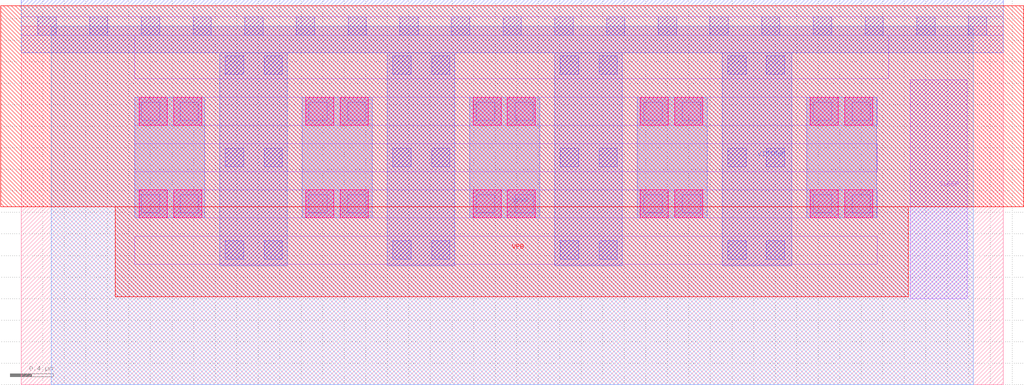
<source format=lef>
# Copyright 2020 The SkyWater PDK Authors
#
# Licensed under the Apache License, Version 2.0 (the "License");
# you may not use this file except in compliance with the License.
# You may obtain a copy of the License at
#
#     https://www.apache.org/licenses/LICENSE-2.0
#
# Unless required by applicable law or agreed to in writing, software
# distributed under the License is distributed on an "AS IS" BASIS,
# WITHOUT WARRANTIES OR CONDITIONS OF ANY KIND, either express or implied.
# See the License for the specific language governing permissions and
# limitations under the License.
#
# SPDX-License-Identifier: Apache-2.0

VERSION 5.7 ;
  NOWIREEXTENSIONATPIN ON ;
  DIVIDERCHAR "/" ;
  BUSBITCHARS "[]" ;
MACRO sky130_fd_sc_lp__sleep_pargate_plv_28
  CLASS BLOCK ;
  FOREIGN sky130_fd_sc_lp__sleep_pargate_plv_28 ;
  ORIGIN  0.000000  0.000000 ;
  SIZE  9.120000 BY  3.330000 ;
  PIN SLEEP
    ANTENNAGATEAREA  4.200000 ;
    PORT
      LAYER li1 ;
        RECT 8.255000 0.800000 8.785000 2.830000 ;
    END
  END SLEEP
  PIN VIRTPWR
    ANTENNADIFFAREA  5.950000 ;
    PORT
      LAYER met1 ;
        RECT 0.000000 3.085000 9.120000 3.575000 ;
        RECT 1.845000 1.105000 2.470000 3.085000 ;
        RECT 3.400000 1.105000 4.025000 3.085000 ;
        RECT 4.955000 1.105000 5.580000 3.085000 ;
        RECT 6.510000 1.105000 7.155000 3.085000 ;
    END
  END VIRTPWR
  PIN VPB
    PORT
      LAYER nwell ;
        RECT -0.190000 1.655000 9.310000 3.520000 ;
        RECT  0.875000 0.815000 8.235000 1.655000 ;
    END
  END VPB
  PIN VPWR
    USE POWER ;
    PORT
      LAYER met2 ;
        RECT 0.280000 0.000000 8.840000 3.330000 ;
    END
  END VPWR
  OBS
    LAYER li1 ;
      RECT 0.000000 3.245000 9.120000 3.415000 ;
      RECT 1.055000 1.120000 7.950000 1.380000 ;
      RECT 1.055000 1.550000 7.950000 1.810000 ;
      RECT 1.055000 1.980000 7.950000 2.240000 ;
      RECT 1.055000 2.410000 7.950000 2.670000 ;
      RECT 1.055000 2.840000 8.055000 3.245000 ;
    LAYER mcon ;
      RECT 0.155000 3.245000 0.325000 3.415000 ;
      RECT 0.635000 3.245000 0.805000 3.415000 ;
      RECT 1.115000 1.595000 1.285000 1.765000 ;
      RECT 1.115000 2.455000 1.285000 2.625000 ;
      RECT 1.115000 3.245000 1.285000 3.415000 ;
      RECT 1.475000 1.595000 1.645000 1.765000 ;
      RECT 1.475000 2.455000 1.645000 2.625000 ;
      RECT 1.595000 3.245000 1.765000 3.415000 ;
      RECT 1.895000 1.165000 2.065000 1.335000 ;
      RECT 1.895000 2.025000 2.065000 2.195000 ;
      RECT 1.895000 2.885000 2.065000 3.055000 ;
      RECT 2.075000 3.245000 2.245000 3.415000 ;
      RECT 2.255000 1.165000 2.425000 1.335000 ;
      RECT 2.255000 2.025000 2.425000 2.195000 ;
      RECT 2.255000 2.885000 2.425000 3.055000 ;
      RECT 2.555000 3.245000 2.725000 3.415000 ;
      RECT 2.670000 1.595000 2.840000 1.765000 ;
      RECT 2.670000 2.455000 2.840000 2.625000 ;
      RECT 3.030000 1.595000 3.200000 1.765000 ;
      RECT 3.030000 2.455000 3.200000 2.625000 ;
      RECT 3.035000 3.245000 3.205000 3.415000 ;
      RECT 3.450000 1.165000 3.620000 1.335000 ;
      RECT 3.450000 2.025000 3.620000 2.195000 ;
      RECT 3.450000 2.885000 3.620000 3.055000 ;
      RECT 3.515000 3.245000 3.685000 3.415000 ;
      RECT 3.810000 1.165000 3.980000 1.335000 ;
      RECT 3.810000 2.025000 3.980000 2.195000 ;
      RECT 3.810000 2.885000 3.980000 3.055000 ;
      RECT 3.995000 3.245000 4.165000 3.415000 ;
      RECT 4.225000 1.595000 4.395000 1.765000 ;
      RECT 4.225000 2.455000 4.395000 2.625000 ;
      RECT 4.475000 3.245000 4.645000 3.415000 ;
      RECT 4.585000 1.595000 4.755000 1.765000 ;
      RECT 4.585000 2.455000 4.755000 2.625000 ;
      RECT 4.955000 3.245000 5.125000 3.415000 ;
      RECT 5.005000 1.165000 5.175000 1.335000 ;
      RECT 5.005000 2.025000 5.175000 2.195000 ;
      RECT 5.005000 2.885000 5.175000 3.055000 ;
      RECT 5.365000 1.165000 5.535000 1.335000 ;
      RECT 5.365000 2.025000 5.535000 2.195000 ;
      RECT 5.365000 2.885000 5.535000 3.055000 ;
      RECT 5.435000 3.245000 5.605000 3.415000 ;
      RECT 5.780000 1.595000 5.950000 1.765000 ;
      RECT 5.780000 2.455000 5.950000 2.625000 ;
      RECT 5.915000 3.245000 6.085000 3.415000 ;
      RECT 6.140000 1.595000 6.310000 1.765000 ;
      RECT 6.140000 2.455000 6.310000 2.625000 ;
      RECT 6.395000 3.245000 6.565000 3.415000 ;
      RECT 6.560000 1.165000 6.730000 1.335000 ;
      RECT 6.560000 2.025000 6.730000 2.195000 ;
      RECT 6.560000 2.885000 6.730000 3.055000 ;
      RECT 6.875000 3.245000 7.045000 3.415000 ;
      RECT 6.920000 1.165000 7.090000 1.335000 ;
      RECT 6.920000 2.025000 7.090000 2.195000 ;
      RECT 6.920000 2.885000 7.090000 3.055000 ;
      RECT 7.355000 1.595000 7.525000 1.765000 ;
      RECT 7.355000 2.455000 7.525000 2.625000 ;
      RECT 7.355000 3.245000 7.525000 3.415000 ;
      RECT 7.715000 1.595000 7.885000 1.765000 ;
      RECT 7.715000 2.455000 7.885000 2.625000 ;
      RECT 7.835000 3.245000 8.005000 3.415000 ;
      RECT 8.315000 3.245000 8.485000 3.415000 ;
      RECT 8.795000 3.245000 8.965000 3.415000 ;
    LAYER met1 ;
      RECT 1.055000 1.550000 1.705000 2.670000 ;
      RECT 2.610000 1.550000 3.260000 2.670000 ;
      RECT 4.165000 1.550000 4.815000 2.670000 ;
      RECT 5.720000 1.550000 6.370000 2.670000 ;
      RECT 7.295000 1.550000 7.945000 2.670000 ;
    LAYER via ;
      RECT 1.095000 1.550000 1.355000 1.810000 ;
      RECT 1.095000 2.410000 1.355000 2.670000 ;
      RECT 1.415000 1.550000 1.675000 1.810000 ;
      RECT 1.415000 2.410000 1.675000 2.670000 ;
      RECT 2.640000 1.550000 2.900000 1.810000 ;
      RECT 2.640000 2.410000 2.900000 2.670000 ;
      RECT 2.960000 1.550000 3.220000 1.810000 ;
      RECT 2.960000 2.410000 3.220000 2.670000 ;
      RECT 4.195000 1.550000 4.455000 1.810000 ;
      RECT 4.195000 2.410000 4.455000 2.670000 ;
      RECT 4.515000 1.550000 4.775000 1.810000 ;
      RECT 4.515000 2.410000 4.775000 2.670000 ;
      RECT 5.750000 1.550000 6.010000 1.810000 ;
      RECT 5.750000 2.410000 6.010000 2.670000 ;
      RECT 6.070000 1.550000 6.330000 1.810000 ;
      RECT 6.070000 2.410000 6.330000 2.670000 ;
      RECT 7.325000 1.550000 7.585000 1.810000 ;
      RECT 7.325000 2.410000 7.585000 2.670000 ;
      RECT 7.645000 1.550000 7.905000 1.810000 ;
      RECT 7.645000 2.410000 7.905000 2.670000 ;
  END
END sky130_fd_sc_lp__sleep_pargate_plv_28
END LIBRARY

</source>
